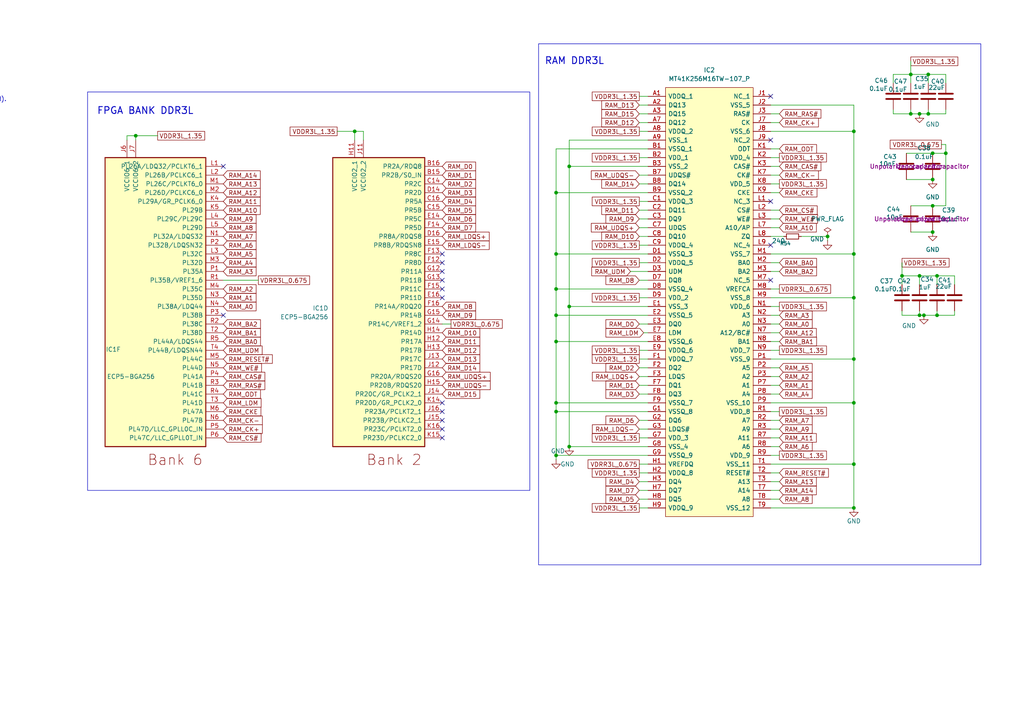
<source format=kicad_sch>
(kicad_sch (version 20250114) (generator "eeschema") (generator_version "9.0")
  (paper "A4")
  (rectangle (start 156.21 12.7) (end 284.48 163.83))
  (rectangle (start 25.4 26.67) (end 153.67 142.24))
  (text "RAM DDR3L" (at 166.624 17.78 0) (effects (font (size 2 2) (thickness 0.254) (bold yes))))
  (text "Vref: \n- The DDR-logic requires an external 0.75 Volts (SSTL-15 standard).\n- External resistive divider required\nVcc: The DDRL-ram requires a 1.35 V supply voltage.\n- LDO / buck converter\nDQS-pins\n- Upper / Lower 8-bit synchronization for data\nData-pins:\n- upper 8 and lower 8 bits must belong to same DQS pins\nAddress / config pins\n- can be any DQ pins in the bank" (at -67.31 37.084 0) (effects (font (size 1.27 1.27)) (justify left)))
  (text "FPGA BANK DDR3L" (at 42.164 32.258 0) (effects (font (size 2 2) (thickness 0.254) (bold yes))))
  (text "VREFCA, VREFDQ: \n- reference voltages separated for data and control/command address\n- Should be held at 0.675 V" (at 310.388 34.036 0) (effects (font (size 1.27 1.27)) (justify left)))
  (text "CLK/CLK# Termination:\n6.5.2: differential termination (100 ohms) recommended\n- NOTE: probably internally implemented inside the DDR3L already" (at 311.404 44.196 0) (effects (font (size 1.27 1.27)) (justify left)))
  (junction (at 271.78 80.01))
  (junction (at 161.29 116.84))
  (junction (at 270.51 44.45))
  (junction (at 271.78 91.44))
  (junction (at 264.16 21.59))
  (junction (at 266.7 33.02))
  (junction (at 165.1 48.26))
  (junction (at 161.29 132.08))
  (junction (at 161.29 73.66))
  (junction (at 274.32 44.45))
  (junction (at 161.29 99.06))
  (junction (at 247.65 147.32))
  (junction (at 264.16 33.02))
  (junction (at 161.29 83.82))
  (junction (at 247.65 73.66))
  (junction (at 269.24 33.02))
  (junction (at 165.1 88.9))
  (junction (at 165.1 129.54))
  (junction (at 240.03 68.58))
  (junction (at 247.65 86.36))
  (junction (at 39.37 39.37))
  (junction (at 270.51 67.31))
  (junction (at 270.51 52.07))
  (junction (at 261.62 80.01))
  (junction (at 161.29 91.44))
  (junction (at 161.29 55.88))
  (junction (at 270.51 59.69))
  (junction (at 161.29 119.38))
  (junction (at 247.65 104.14))
  (junction (at 269.24 21.59))
  (junction (at 266.7 80.01))
  (junction (at 267.97 91.44))
  (junction (at 266.7 91.44))
  (junction (at 247.65 134.62))
  (junction (at 247.65 116.84))
  (junction (at 247.65 38.1))
  (junction (at 102.87 38.1))
  (no_connect (at 128.27 76.2))
  (no_connect (at 128.27 73.66))
  (no_connect (at 128.27 116.84))
  (no_connect (at 128.27 119.38))
  (no_connect (at 128.27 121.92))
  (no_connect (at 223.52 71.12))
  (no_connect (at 128.27 127))
  (no_connect (at 128.27 86.36))
  (no_connect (at 128.27 78.74))
  (no_connect (at 128.27 83.82))
  (no_connect (at 223.52 81.28))
  (no_connect (at 223.52 58.42))
  (no_connect (at 64.77 48.26))
  (no_connect (at 128.27 124.46))
  (no_connect (at 223.52 40.64))
  (no_connect (at 128.27 81.28))
  (no_connect (at 64.77 91.44))
  (no_connect (at 223.52 27.94))
  (wire (pts (xy 185.42 66.04) (xy 187.96 66.04)))
  (wire (pts (xy 264.16 21.59) (xy 259.08 21.59)))
  (wire (pts (xy 185.42 71.12) (xy 187.96 71.12)))
  (wire (pts (xy 262.89 44.45) (xy 270.51 44.45)))
  (wire (pts (xy 185.42 106.68) (xy 187.96 106.68)))
  (wire (pts (xy 226.06 144.78) (xy 223.52 144.78)))
  (wire (pts (xy 259.08 21.59) (xy 259.08 24.13)))
  (wire (pts (xy 74.93 81.28) (xy 64.77 81.28)))
  (wire (pts (xy 226.06 76.2) (xy 223.52 76.2)))
  (wire (pts (xy 185.42 60.96) (xy 187.96 60.96)))
  (wire (pts (xy 264.16 33.02) (xy 266.7 33.02)))
  (wire (pts (xy 261.62 80.01) (xy 266.7 80.01)))
  (wire (pts (xy 165.1 48.26) (xy 165.1 88.9)))
  (wire (pts (xy 185.42 81.28) (xy 187.96 81.28)))
  (wire (pts (xy 223.52 124.46) (xy 226.06 124.46)))
  (wire (pts (xy 261.62 76.2) (xy 261.62 80.01)))
  (wire (pts (xy 266.7 33.02) (xy 269.24 33.02)))
  (wire (pts (xy 223.52 116.84) (xy 247.65 116.84)))
  (wire (pts (xy 39.37 39.37) (xy 39.37 40.64)))
  (wire (pts (xy 161.29 116.84) (xy 187.96 116.84)))
  (wire (pts (xy 261.62 90.17) (xy 261.62 91.44)))
  (wire (pts (xy 270.51 44.45) (xy 274.32 44.45)))
  (wire (pts (xy 185.42 50.8) (xy 187.96 50.8)))
  (wire (pts (xy 223.52 104.14) (xy 247.65 104.14)))
  (wire (pts (xy 223.52 129.54) (xy 226.06 129.54)))
  (wire (pts (xy 36.83 39.37) (xy 36.83 40.64)))
  (wire (pts (xy 39.37 39.37) (xy 45.72 39.37)))
  (wire (pts (xy 161.29 55.88) (xy 187.96 55.88)))
  (wire (pts (xy 276.86 90.17) (xy 276.86 91.44)))
  (wire (pts (xy 223.52 33.02) (xy 226.06 33.02)))
  (wire (pts (xy 226.06 101.6) (xy 223.52 101.6)))
  (wire (pts (xy 223.52 83.82) (xy 226.06 83.82)))
  (wire (pts (xy 247.65 104.14) (xy 247.65 116.84)))
  (wire (pts (xy 274.32 21.59) (xy 274.32 24.13)))
  (wire (pts (xy 161.29 55.88) (xy 161.29 73.66)))
  (wire (pts (xy 161.29 119.38) (xy 187.96 119.38)))
  (wire (pts (xy 161.29 132.08) (xy 187.96 132.08)))
  (wire (pts (xy 185.42 147.32) (xy 187.96 147.32)))
  (wire (pts (xy 185.42 109.22) (xy 187.96 109.22)))
  (wire (pts (xy 223.52 114.3) (xy 226.06 114.3)))
  (wire (pts (xy 269.24 21.59) (xy 269.24 24.13)))
  (wire (pts (xy 186.69 96.52) (xy 187.96 96.52)))
  (wire (pts (xy 226.06 91.44) (xy 223.52 91.44)))
  (wire (pts (xy 264.16 21.59) (xy 269.24 21.59)))
  (wire (pts (xy 128.27 93.98) (xy 130.81 93.98)))
  (wire (pts (xy 161.29 73.66) (xy 187.96 73.66)))
  (wire (pts (xy 247.65 73.66) (xy 247.65 86.36)))
  (wire (pts (xy 185.42 134.62) (xy 187.96 134.62)))
  (wire (pts (xy 276.86 80.01) (xy 276.86 82.55)))
  (wire (pts (xy 102.87 38.1) (xy 102.87 40.64)))
  (wire (pts (xy 223.52 127) (xy 226.06 127)))
  (wire (pts (xy 223.52 73.66) (xy 247.65 73.66)))
  (wire (pts (xy 185.42 114.3) (xy 187.96 114.3)))
  (wire (pts (xy 185.42 33.02) (xy 187.96 33.02)))
  (wire (pts (xy 261.62 91.44) (xy 266.7 91.44)))
  (wire (pts (xy 182.88 78.74) (xy 187.96 78.74)))
  (wire (pts (xy 185.42 38.1) (xy 187.96 38.1)))
  (wire (pts (xy 223.52 93.98) (xy 226.06 93.98)))
  (wire (pts (xy 271.78 80.01) (xy 271.78 82.55)))
  (wire (pts (xy 226.06 142.24) (xy 223.52 142.24)))
  (wire (pts (xy 185.42 86.36) (xy 187.96 86.36)))
  (wire (pts (xy 262.89 52.07) (xy 270.51 52.07)))
  (wire (pts (xy 161.29 73.66) (xy 161.29 83.82)))
  (wire (pts (xy 266.7 80.01) (xy 271.78 80.01)))
  (wire (pts (xy 271.78 91.44) (xy 276.86 91.44)))
  (wire (pts (xy 185.42 121.92) (xy 187.96 121.92)))
  (wire (pts (xy 105.41 40.64) (xy 105.41 38.1)))
  (wire (pts (xy 185.42 104.14) (xy 187.96 104.14)))
  (wire (pts (xy 247.65 38.1) (xy 247.65 73.66)))
  (wire (pts (xy 247.65 30.48) (xy 247.65 38.1)))
  (wire (pts (xy 161.29 91.44) (xy 161.29 99.06)))
  (wire (pts (xy 185.42 45.72) (xy 187.96 45.72)))
  (wire (pts (xy 185.42 137.16) (xy 187.96 137.16)))
  (wire (pts (xy 185.42 35.56) (xy 187.96 35.56)))
  (wire (pts (xy 269.24 33.02) (xy 274.32 33.02)))
  (wire (pts (xy 266.7 82.55) (xy 266.7 80.01)))
  (wire (pts (xy 223.52 68.58) (xy 227.33 68.58)))
  (wire (pts (xy 269.24 21.59) (xy 274.32 21.59)))
  (wire (pts (xy 185.42 63.5) (xy 187.96 63.5)))
  (wire (pts (xy 185.42 58.42) (xy 187.96 58.42)))
  (wire (pts (xy 223.52 78.74) (xy 226.06 78.74)))
  (wire (pts (xy 161.29 83.82) (xy 161.29 91.44)))
  (wire (pts (xy 165.1 88.9) (xy 187.96 88.9)))
  (wire (pts (xy 274.32 41.91) (xy 274.32 44.45)))
  (wire (pts (xy 161.29 116.84) (xy 161.29 119.38)))
  (wire (pts (xy 259.08 33.02) (xy 264.16 33.02)))
  (wire (pts (xy 247.65 116.84) (xy 247.65 134.62)))
  (wire (pts (xy 187.96 43.18) (xy 161.29 43.18)))
  (wire (pts (xy 226.06 50.8) (xy 223.52 50.8)))
  (wire (pts (xy 269.24 31.75) (xy 269.24 33.02)))
  (wire (pts (xy 226.06 119.38) (xy 223.52 119.38)))
  (wire (pts (xy 226.06 53.34) (xy 223.52 53.34)))
  (wire (pts (xy 161.29 43.18) (xy 161.29 55.88)))
  (wire (pts (xy 223.52 48.26) (xy 226.06 48.26)))
  (wire (pts (xy 267.97 91.44) (xy 271.78 91.44)))
  (wire (pts (xy 226.06 35.56) (xy 223.52 35.56)))
  (wire (pts (xy 264.16 17.78) (xy 264.16 21.59)))
  (wire (pts (xy 226.06 88.9) (xy 223.52 88.9)))
  (wire (pts (xy 97.79 38.1) (xy 102.87 38.1)))
  (wire (pts (xy 226.06 132.08) (xy 223.52 132.08)))
  (wire (pts (xy 185.42 124.46) (xy 187.96 124.46)))
  (wire (pts (xy 223.52 137.16) (xy 226.06 137.16)))
  (wire (pts (xy 240.03 68.58) (xy 240.03 69.85)))
  (wire (pts (xy 223.52 99.06) (xy 226.06 99.06)))
  (wire (pts (xy 185.42 144.78) (xy 187.96 144.78)))
  (wire (pts (xy 161.29 91.44) (xy 187.96 91.44)))
  (wire (pts (xy 270.51 59.69) (xy 274.32 59.69)))
  (wire (pts (xy 223.52 38.1) (xy 247.65 38.1)))
  (wire (pts (xy 102.87 38.1) (xy 105.41 38.1)))
  (wire (pts (xy 161.29 119.38) (xy 161.29 132.08)))
  (wire (pts (xy 223.52 147.32) (xy 247.65 147.32)))
  (wire (pts (xy 161.29 83.82) (xy 187.96 83.82)))
  (wire (pts (xy 259.08 31.75) (xy 259.08 33.02)))
  (wire (pts (xy 165.1 88.9) (xy 165.1 129.54)))
  (wire (pts (xy 226.06 121.92) (xy 223.52 121.92)))
  (wire (pts (xy 185.42 111.76) (xy 187.96 111.76)))
  (wire (pts (xy 161.29 99.06) (xy 161.29 116.84)))
  (wire (pts (xy 165.1 40.64) (xy 187.96 40.64)))
  (wire (pts (xy 185.42 27.94) (xy 187.96 27.94)))
  (wire (pts (xy 223.52 63.5) (xy 226.06 63.5)))
  (wire (pts (xy 165.1 129.54) (xy 187.96 129.54)))
  (wire (pts (xy 165.1 40.64) (xy 165.1 48.26)))
  (wire (pts (xy 223.52 60.96) (xy 226.06 60.96)))
  (wire (pts (xy 264.16 59.69) (xy 270.51 59.69)))
  (wire (pts (xy 226.06 96.52) (xy 223.52 96.52)))
  (wire (pts (xy 247.65 134.62) (xy 247.65 147.32)))
  (wire (pts (xy 185.42 76.2) (xy 187.96 76.2)))
  (wire (pts (xy 266.7 91.44) (xy 267.97 91.44)))
  (wire (pts (xy 161.29 99.06) (xy 187.96 99.06)))
  (wire (pts (xy 185.42 142.24) (xy 187.96 142.24)))
  (wire (pts (xy 223.52 43.18) (xy 226.06 43.18)))
  (wire (pts (xy 232.41 68.58) (xy 240.03 68.58)))
  (wire (pts (xy 223.52 55.88) (xy 226.06 55.88)))
  (wire (pts (xy 185.42 139.7) (xy 187.96 139.7)))
  (wire (pts (xy 161.29 133.35) (xy 161.29 132.08)))
  (wire (pts (xy 264.16 24.13) (xy 264.16 21.59)))
  (wire (pts (xy 185.42 68.58) (xy 187.96 68.58)))
  (wire (pts (xy 226.06 45.72) (xy 223.52 45.72)))
  (wire (pts (xy 264.16 67.31) (xy 270.51 67.31)))
  (wire (pts (xy 266.7 90.17) (xy 266.7 91.44)))
  (wire (pts (xy 226.06 139.7) (xy 223.52 139.7)))
  (wire (pts (xy 271.78 80.01) (xy 276.86 80.01)))
  (wire (pts (xy 223.52 30.48) (xy 247.65 30.48)))
  (wire (pts (xy 261.62 80.01) (xy 261.62 82.55)))
  (wire (pts (xy 274.32 41.91) (xy 273.05 41.91)))
  (wire (pts (xy 185.42 30.48) (xy 187.96 30.48)))
  (wire (pts (xy 36.83 39.37) (xy 39.37 39.37)))
  (wire (pts (xy 165.1 48.26) (xy 187.96 48.26)))
  (wire (pts (xy 271.78 90.17) (xy 271.78 91.44)))
  (wire (pts (xy 223.52 106.68) (xy 226.06 106.68)))
  (wire (pts (xy 274.32 44.45) (xy 274.32 59.69)))
  (wire (pts (xy 223.52 109.22) (xy 226.06 109.22)))
  (wire (pts (xy 223.52 111.76) (xy 226.06 111.76)))
  (wire (pts (xy 185.42 53.34) (xy 187.96 53.34)))
  (wire (pts (xy 185.42 127) (xy 187.96 127)))
  (wire (pts (xy 264.16 31.75) (xy 264.16 33.02)))
  (wire (pts (xy 185.42 93.98) (xy 187.96 93.98)))
  (wire (pts (xy 274.32 31.75) (xy 274.32 33.02)))
  (wire (pts (xy 185.42 101.6) (xy 187.96 101.6)))
  (wire (pts (xy 223.52 86.36) (xy 247.65 86.36)))
  (wire (pts (xy 247.65 86.36) (xy 247.65 104.14)))
  (wire (pts (xy 226.06 66.04) (xy 223.52 66.04)))
  (wire (pts (xy 223.52 134.62) (xy 247.65 134.62)))
  (global_label "RAM_D10" (shape input) (at 185.42 68.58 180) (property "Intersheetrefs" "${INTERSHEET_REFS}" (effects (hide yes))))
  (global_label "RAM_LDQS+" (shape input) (at 128.27 68.58 0) (property "Intersheetrefs" "${INTERSHEET_REFS}" (effects (hide yes))))
  (global_label "RAM_D4" (shape input) (at 185.42 139.7 180) (property "Intersheetrefs" "${INTERSHEET_REFS}" (effects (hide yes))))
  (global_label "RAM_CK-" (shape input) (at 64.77 121.92 0) (property "Intersheetrefs" "${INTERSHEET_REFS}" (effects (hide yes))))
  (global_label "RAM_A2" (shape input) (at 64.77 83.82 0) (property "Intersheetrefs" "${INTERSHEET_REFS}" (effects (hide yes))))
  (global_label "VDRR3L_0.675" (shape passive) (at 226.06 83.82 0) (property "Intersheetrefs" "${INTERSHEET_REFS}" (effects (hide yes))))
  (global_label "VDDR3L_1.35" (shape passive) (at 97.79 38.1 180) (property "Intersheetrefs" "${INTERSHEET_REFS}" (effects (hide yes))))
  (global_label "RAM_CAS#" (shape input) (at 64.77 109.22 0) (property "Intersheetrefs" "${INTERSHEET_REFS}" (effects (hide yes))))
  (global_label "RAM_D1" (shape input) (at 128.27 50.8 0) (property "Intersheetrefs" "${INTERSHEET_REFS}" (effects (hide yes))))
  (global_label "RAM_D2" (shape input) (at 128.27 53.34 0) (property "Intersheetrefs" "${INTERSHEET_REFS}" (effects (hide yes))))
  (global_label "RAM_CAS#" (shape input) (at 226.06 48.26 0) (property "Intersheetrefs" "${INTERSHEET_REFS}" (effects (hide yes))))
  (global_label "RAM_A14" (shape input) (at 226.06 142.24 0) (property "Intersheetrefs" "${INTERSHEET_REFS}" (effects (hide yes))))
  (global_label "RAM_D15" (shape input) (at 128.27 114.3 0) (property "Intersheetrefs" "${INTERSHEET_REFS}" (effects (hide yes))))
  (global_label "RAM_A0" (shape input) (at 226.06 93.98 0) (property "Intersheetrefs" "${INTERSHEET_REFS}" (effects (hide yes))))
  (global_label "RAM_CK+" (shape input) (at 64.77 124.46 0) (property "Intersheetrefs" "${INTERSHEET_REFS}" (effects (hide yes))))
  (global_label "RAM_D14" (shape input) (at 185.42 53.34 180) (property "Intersheetrefs" "${INTERSHEET_REFS}" (effects (hide yes))))
  (global_label "RAM_D2" (shape input) (at 185.42 106.68 180) (property "Intersheetrefs" "${INTERSHEET_REFS}" (effects (hide yes))))
  (global_label "RAM_RESET#" (shape input) (at 64.77 104.14 0) (property "Intersheetrefs" "${INTERSHEET_REFS}" (effects (hide yes))))
  (global_label "RAM_UDQS-" (shape input) (at 185.42 50.8 180) (property "Intersheetrefs" "${INTERSHEET_REFS}" (effects (hide yes))))
  (global_label "RAM_D6" (shape input) (at 185.42 121.92 180) (property "Intersheetrefs" "${INTERSHEET_REFS}" (effects (hide yes))))
  (global_label "RAM_A2" (shape input) (at 226.06 109.22 0) (property "Intersheetrefs" "${INTERSHEET_REFS}" (effects (hide yes))))
  (global_label "RAM_D8" (shape input) (at 185.42 81.28 180) (property "Intersheetrefs" "${INTERSHEET_REFS}" (effects (hide yes))))
  (global_label "RAM_A14" (shape input) (at 64.77 50.8 0) (property "Intersheetrefs" "${INTERSHEET_REFS}" (effects (hide yes))))
  (global_label "RAM_CK-" (shape input) (at 226.06 50.8 0) (property "Intersheetrefs" "${INTERSHEET_REFS}" (effects (hide yes))))
  (global_label "RAM_D14" (shape input) (at 128.27 106.68 0) (property "Intersheetrefs" "${INTERSHEET_REFS}" (effects (hide yes))))
  (global_label "RAM_CKE" (shape input) (at 226.06 55.88 0) (property "Intersheetrefs" "${INTERSHEET_REFS}" (effects (hide yes))))
  (global_label "VDDR3L_1.35" (shape passive) (at 185.42 104.14 180) (property "Intersheetrefs" "${INTERSHEET_REFS}" (effects (hide yes))))
  (global_label "RAM_D15" (shape input) (at 185.42 33.02 180) (property "Intersheetrefs" "${INTERSHEET_REFS}" (effects (hide yes))))
  (global_label "RAM_RAS#" (shape input) (at 64.77 111.76 0) (property "Intersheetrefs" "${INTERSHEET_REFS}" (effects (hide yes))))
  (global_label "VDDR3L_1.35" (shape passive) (at 185.42 86.36 180) (property "Intersheetrefs" "${INTERSHEET_REFS}" (effects (hide yes))))
  (global_label "RAM_UDM" (shape input) (at 182.88 78.74 180) (property "Intersheetrefs" "${INTERSHEET_REFS}" (effects (hide yes))))
  (global_label "RAM_A7" (shape input) (at 64.77 68.58 0) (property "Intersheetrefs" "${INTERSHEET_REFS}" (effects (hide yes))))
  (global_label "RAM_UDQS+" (shape input) (at 185.42 66.04 180) (property "Intersheetrefs" "${INTERSHEET_REFS}" (effects (hide yes))))
  (global_label "VDDR3L_1.35" (shape passive) (at 45.72 39.37 0) (property "Intersheetrefs" "${INTERSHEET_REFS}" (effects (hide yes))))
  (global_label "RAM_A1" (shape input) (at 64.77 86.36 0) (property "Intersheetrefs" "${INTERSHEET_REFS}" (effects (hide yes))))
  (global_label "RAM_A3" (shape input) (at 64.77 78.74 0) (property "Intersheetrefs" "${INTERSHEET_REFS}" (effects (hide yes))))
  (global_label "RAM_LDM" (shape input) (at 64.77 116.84 0) (property "Intersheetrefs" "${INTERSHEET_REFS}" (effects (hide yes))))
  (global_label "RAM_A6" (shape input) (at 64.77 71.12 0) (property "Intersheetrefs" "${INTERSHEET_REFS}" (effects (hide yes))))
  (global_label "RAM_D6" (shape input) (at 128.27 63.5 0) (property "Intersheetrefs" "${INTERSHEET_REFS}" (effects (hide yes))))
  (global_label "RAM_LDQS-" (shape input) (at 185.42 124.46 180) (property "Intersheetrefs" "${INTERSHEET_REFS}" (effects (hide yes))))
  (global_label "RAM_LDQS+" (shape input) (at 185.42 109.22 180) (property "Intersheetrefs" "${INTERSHEET_REFS}" (effects (hide yes))))
  (global_label "VDRR3L_0.675" (shape passive) (at 130.81 93.98 0) (property "Intersheetrefs" "${INTERSHEET_REFS}" (effects (hide yes))))
  (global_label "RAM_A10" (shape input) (at 226.06 66.04 0) (property "Intersheetrefs" "${INTERSHEET_REFS}" (effects (hide yes))))
  (global_label "RAM_LDQS-" (shape input) (at 128.27 71.12 0) (property "Intersheetrefs" "${INTERSHEET_REFS}" (effects (hide yes))))
  (global_label "VDRR3L_0.675" (shape passive) (at 74.93 81.28 0) (property "Intersheetrefs" "${INTERSHEET_REFS}" (effects (hide yes))))
  (global_label "RAM_ODT" (shape input) (at 226.06 43.18 0) (property "Intersheetrefs" "${INTERSHEET_REFS}" (effects (hide yes))))
  (global_label "RAM_D10" (shape input) (at 128.27 96.52 0) (property "Intersheetrefs" "${INTERSHEET_REFS}" (effects (hide yes))))
  (global_label "VDDR3L_1.35" (shape passive) (at 264.16 17.78 0) (property "Intersheetrefs" "${INTERSHEET_REFS}" (effects (hide yes))))
  (global_label "RAM_D11" (shape input) (at 128.27 99.06 0) (property "Intersheetrefs" "${INTERSHEET_REFS}" (effects (hide yes))))
  (global_label "RAM_A8" (shape input) (at 226.06 144.78 0) (property "Intersheetrefs" "${INTERSHEET_REFS}" (effects (hide yes))))
  (global_label "VDDR3L_1.35" (shape passive) (at 226.06 88.9 0) (property "Intersheetrefs" "${INTERSHEET_REFS}" (effects (hide yes))))
  (global_label "VDDR3L_1.35" (shape passive) (at 185.42 27.94 180) (property "Intersheetrefs" "${INTERSHEET_REFS}" (effects (hide yes))))
  (global_label "VDDR3L_1.35" (shape passive) (at 226.06 119.38 0) (property "Intersheetrefs" "${INTERSHEET_REFS}" (effects (hide yes))))
  (global_label "RAM_D8" (shape input) (at 128.27 88.9 0) (property "Intersheetrefs" "${INTERSHEET_REFS}" (effects (hide yes))))
  (global_label "RAM_D9" (shape input) (at 128.27 91.44 0) (property "Intersheetrefs" "${INTERSHEET_REFS}" (effects (hide yes))))
  (global_label "VDDR3L_1.35" (shape passive) (at 226.06 53.34 0) (property "Intersheetrefs" "${INTERSHEET_REFS}" (effects (hide yes))))
  (global_label "RAM_A3" (shape input) (at 226.06 91.44 0) (property "Intersheetrefs" "${INTERSHEET_REFS}" (effects (hide yes))))
  (global_label "RAM_BA2" (shape input) (at 226.06 78.74 0) (property "Intersheetrefs" "${INTERSHEET_REFS}" (effects (hide yes))))
  (global_label "RAM_D4" (shape input) (at 128.27 58.42 0) (property "Intersheetrefs" "${INTERSHEET_REFS}" (effects (hide yes))))
  (global_label "RAM_A12" (shape input) (at 64.77 55.88 0) (property "Intersheetrefs" "${INTERSHEET_REFS}" (effects (hide yes))))
  (global_label "RAM_A8" (shape input) (at 64.77 66.04 0) (property "Intersheetrefs" "${INTERSHEET_REFS}" (effects (hide yes))))
  (global_label "RAM_RESET#" (shape input) (at 226.06 137.16 0) (property "Intersheetrefs" "${INTERSHEET_REFS}" (effects (hide yes))))
  (global_label "RAM_D12" (shape input) (at 185.42 35.56 180) (property "Intersheetrefs" "${INTERSHEET_REFS}" (effects (hide yes))))
  (global_label "RAM_D7" (shape input) (at 128.27 66.04 0) (property "Intersheetrefs" "${INTERSHEET_REFS}" (effects (hide yes))))
  (global_label "RAM_A11" (shape input) (at 226.06 127 0) (property "Intersheetrefs" "${INTERSHEET_REFS}" (effects (hide yes))))
  (global_label "RAM_UDM" (shape input) (at 64.77 101.6 0) (property "Intersheetrefs" "${INTERSHEET_REFS}" (effects (hide yes))))
  (global_label "RAM_BA0" (shape input) (at 64.77 99.06 0) (property "Intersheetrefs" "${INTERSHEET_REFS}" (effects (hide yes))))
  (global_label "RAM_A10" (shape input) (at 64.77 60.96 0) (property "Intersheetrefs" "${INTERSHEET_REFS}" (effects (hide yes))))
  (global_label "RAM_D1" (shape input) (at 185.42 111.76 180) (property "Intersheetrefs" "${INTERSHEET_REFS}" (effects (hide yes))))
  (global_label "RAM_CS#" (shape input) (at 64.77 127 0) (property "Intersheetrefs" "${INTERSHEET_REFS}" (effects (hide yes))))
  (global_label "RAM_WE#" (shape input) (at 226.06 63.5 0) (property "Intersheetrefs" "${INTERSHEET_REFS}" (effects (hide yes))))
  (global_label "RAM_UDQS-" (shape input) (at 128.27 111.76 0) (property "Intersheetrefs" "${INTERSHEET_REFS}" (effects (hide yes))))
  (global_label "VDRR3L_0.675" (shape passive) (at 185.42 134.62 180) (property "Intersheetrefs" "${INTERSHEET_REFS}" (effects (hide yes))))
  (global_label "RAM_A13" (shape input) (at 226.06 139.7 0) (property "Intersheetrefs" "${INTERSHEET_REFS}" (effects (hide yes))))
  (global_label "RAM_D9" (shape input) (at 185.42 63.5 180) (property "Intersheetrefs" "${INTERSHEET_REFS}" (effects (hide yes))))
  (global_label "RAM_A11" (shape input) (at 64.77 58.42 0) (property "Intersheetrefs" "${INTERSHEET_REFS}" (effects (hide yes))))
  (global_label "VDDR3L_1.35" (shape passive) (at 185.42 45.72 180) (property "Intersheetrefs" "${INTERSHEET_REFS}" (effects (hide yes))))
  (global_label "RAM_D5" (shape input) (at 185.42 144.78 180) (property "Intersheetrefs" "${INTERSHEET_REFS}" (effects (hide yes))))
  (global_label "RAM_D11" (shape input) (at 185.42 60.96 180) (property "Intersheetrefs" "${INTERSHEET_REFS}" (effects (hide yes))))
  (global_label "RAM_RAS#" (shape input) (at 226.06 33.02 0) (property "Intersheetrefs" "${INTERSHEET_REFS}" (effects (hide yes))))
  (global_label "RAM_WE#" (shape input) (at 64.77 106.68 0) (property "Intersheetrefs" "${INTERSHEET_REFS}" (effects (hide yes))))
  (global_label "RAM_BA1" (shape input) (at 226.06 99.06 0) (property "Intersheetrefs" "${INTERSHEET_REFS}" (effects (hide yes))))
  (global_label "RAM_UDQS+" (shape input) (at 128.27 109.22 0) (property "Intersheetrefs" "${INTERSHEET_REFS}" (effects (hide yes))))
  (global_label "RAM_A6" (shape input) (at 226.06 129.54 0) (property "Intersheetrefs" "${INTERSHEET_REFS}" (effects (hide yes))))
  (global_label "RAM_D5" (shape input) (at 128.27 60.96 0) (property "Intersheetrefs" "${INTERSHEET_REFS}" (effects (hide yes))))
  (global_label "VDDR3L_1.35" (shape passive) (at 185.42 147.32 180) (property "Intersheetrefs" "${INTERSHEET_REFS}" (effects (hide yes))))
  (global_label "VDDR3L_1.35" (shape passive) (at 261.62 76.2 0) (property "Intersheetrefs" "${INTERSHEET_REFS}" (effects (hide yes))))
  (global_label "RAM_CK+" (shape input) (at 226.06 35.56 0) (property "Intersheetrefs" "${INTERSHEET_REFS}" (effects (hide yes))))
  (global_label "RAM_D3" (shape input) (at 185.42 114.3 180) (property "Intersheetrefs" "${INTERSHEET_REFS}" (effects (hide yes))))
  (global_label "RAM_BA2" (shape input) (at 64.77 93.98 0) (property "Intersheetrefs" "${INTERSHEET_REFS}" (effects (hide yes))))
  (global_label "RAM_A9" (shape input) (at 226.06 124.46 0) (property "Intersheetrefs" "${INTERSHEET_REFS}" (effects (hide yes))))
  (global_label "RAM_D13" (shape input) (at 128.27 104.14 0) (property "Intersheetrefs" "${INTERSHEET_REFS}" (effects (hide yes))))
  (global_label "RAM_CS#" (shape input) (at 226.06 60.96 0) (property "Intersheetrefs" "${INTERSHEET_REFS}" (effects (hide yes))))
  (global_label "RAM_BA0" (shape input) (at 226.06 76.2 0) (property "Intersheetrefs" "${INTERSHEET_REFS}" (effects (hide yes))))
  (global_label "RAM_D0" (shape input) (at 185.42 93.98 180) (property "Intersheetrefs" "${INTERSHEET_REFS}" (effects (hide yes))))
  (global_label "VDDR3L_1.35" (shape passive) (at 226.06 101.6 0) (property "Intersheetrefs" "${INTERSHEET_REFS}" (effects (hide yes))))
  (global_label "VDDR3L_1.35" (shape passive) (at 185.42 71.12 180) (property "Intersheetrefs" "${INTERSHEET_REFS}" (effects (hide yes))))
  (global_label "VDDR3L_1.35" (shape passive) (at 185.42 101.6 180) (property "Intersheetrefs" "${INTERSHEET_REFS}" (effects (hide yes))))
  (global_label "RAM_D12" (shape input) (at 128.27 101.6 0) (property "Intersheetrefs" "${INTERSHEET_REFS}" (effects (hide yes))))
  (global_label "VDDR3L_1.35" (shape passive) (at 226.06 132.08 0) (property "Intersheetrefs" "${INTERSHEET_REFS}" (effects (hide yes))))
  (global_label "RAM_LDM" (shape input) (at 186.69 96.52 180) (property "Intersheetrefs" "${INTERSHEET_REFS}" (effects (hide yes))))
  (global_label "RAM_A12" (shape input) (at 226.06 96.52 0) (property "Intersheetrefs" "${INTERSHEET_REFS}" (effects (hide yes))))
  (global_label "VDDR3L_1.35" (shape passive) (at 185.42 38.1 180) (property "Intersheetrefs" "${INTERSHEET_REFS}" (effects (hide yes))))
  (global_label "VDDR3L_1.35" (shape passive) (at 185.42 127 180) (property "Intersheetrefs" "${INTERSHEET_REFS}" (effects (hide yes))))
  (global_label "VDDR3L_1.35" (shape passive) (at 185.42 58.42 180) (property "Intersheetrefs" "${INTERSHEET_REFS}" (effects (hide yes))))
  (global_label "RAM_A4" (shape input) (at 64.77 76.2 0) (property "Intersheetrefs" "${INTERSHEET_REFS}" (effects (hide yes))))
  (global_label "RAM_CKE" (shape input) (at 64.77 119.38 0) (property "Intersheetrefs" "${INTERSHEET_REFS}" (effects (hide yes))))
  (global_label "RAM_D13" (shape input) (at 185.42 30.48 180) (property "Intersheetrefs" "${INTERSHEET_REFS}" (effects (hide yes))))
  (global_label "RAM_A7" (shape input) (at 226.06 121.92 0) (property "Intersheetrefs" "${INTERSHEET_REFS}" (effects (hide yes))))
  (global_label "VDRR3L_0.675" (shape passive) (at 273.05 41.91 180) (property "Intersheetrefs" "${INTERSHEET_REFS}" (effects (hide yes))))
  (global_label "RAM_A4" (shape input) (at 226.06 114.3 0) (property "Intersheetrefs" "${INTERSHEET_REFS}" (effects (hide yes))))
  (global_label "RAM_A5" (shape input) (at 226.06 106.68 0) (property "Intersheetrefs" "${INTERSHEET_REFS}" (effects (hide yes))))
  (global_label "RAM_D7" (shape input) (at 185.42 142.24 180) (property "Intersheetrefs" "${INTERSHEET_REFS}" (effects (hide yes))))
  (global_label "RAM_A9" (shape input) (at 64.77 63.5 0) (property "Intersheetrefs" "${INTERSHEET_REFS}" (effects (hide yes))))
  (global_label "RAM_D0" (shape input) (at 128.27 48.26 0) (property "Intersheetrefs" "${INTERSHEET_REFS}" (effects (hide yes))))
  (global_label "VDDR3L_1.35" (shape passive) (at 185.42 137.16 180) (property "Intersheetrefs" "${INTERSHEET_REFS}" (effects (hide yes))))
  (global_label "RAM_D3" (shape input) (at 128.27 55.88 0) (property "Intersheetrefs" "${INTERSHEET_REFS}" (effects (hide yes))))
  (global_label "VDDR3L_1.35" (shape passive) (at 185.42 76.2 180) (property "Intersheetrefs" "${INTERSHEET_REFS}" (effects (hide yes))))
  (global_label "VDDR3L_1.35" (shape passive) (at 226.06 45.72 0) (property "Intersheetrefs" "${INTERSHEET_REFS}" (effects (hide yes))))
  (global_label "RAM_A13" (shape input) (at 64.77 53.34 0) (property "Intersheetrefs" "${INTERSHEET_REFS}" (effects (hide yes))))
  (global_label "RAM_ODT" (shape input) (at 64.77 114.3 0) (property "Intersheetrefs" "${INTERSHEET_REFS}" (effects (hide yes))))
  (global_label "RAM_A1" (shape input) (at 226.06 111.76 0) (property "Intersheetrefs" "${INTERSHEET_REFS}" (effects (hide yes))))
  (global_label "RAM_BA1" (shape input) (at 64.77 96.52 0) (property "Intersheetrefs" "${INTERSHEET_REFS}" (effects (hide yes))))
  (global_label "RAM_A0" (shape input) (at 64.77 88.9 0) (property "Intersheetrefs" "${INTERSHEET_REFS}" (effects (hide yes))))
  (global_label "RAM_A5" (shape input) (at 64.77 73.66 0) (property "Intersheetrefs" "${INTERSHEET_REFS}" (effects (hide yes))))
  (symbol (lib_id "Device:C") (at 262.89 48.26 0) (mirror y) (unit 1)
    (property "Reference" "C43" (at 260.096 45.466 0) (effects (justify left)))
    (property "Value" "10nF" (at 259.842 47.498 0) (effects (justify left)))
    (property "Footprint" "Capacitor_SMD:C_0402_1005Metric" (effects (hide yes)))
    (property "Description" "Unpolarized capacitor" (at 262.89 48.26 0))
    (property "LPN" "CL05B103KB5NNNC" (effects (hide yes)))
    (property "MPN" "C15195" (effects (hide yes)))
  )
  (symbol (lib_id "power:PWR_FLAG") (at 240.03 68.58 0) (unit 1)
    (property "Reference" "#FLG015" (effects (hide yes)))
    (property "Value" "PWR_FLAG" (at 240.03 63.5 0))
    (property "Description" "Special symbol for telling ERC where power comes from" (effects (hide yes)))
  )
  (symbol (lib_id "Device:C") (at 269.24 27.94 0) (unit 1)
    (property "Reference" "C35" (at 265.43 22.86 0) (effects (justify left)))
    (property "Value" "1uF" (at 264.922 25.146 0) (effects (justify left)))
    (property "Footprint" "Capacitor_SMD:C_0805_2012Metric" (effects (hide yes)))
    (property "Description" "Unpolarized capacitor" (effects (hide yes)))
    (property "LPN" "C28323" (effects (hide yes)))
    (property "MPN" "CL21B105KBFNNNE" (effects (hide yes)))
  )
  (symbol (lib_id "power:GND") (at 247.65 147.32 0) (unit 1)
    (property "Reference" "#PWR0101" (effects (hide yes)))
    (property "Value" "GND" (at 247.65 151.13 0))
    (property "Description" "Power symbol creates a global label with name \"GND\" , ground" (effects (hide yes)))
  )
  (symbol (lib_id "power:GND") (at 270.51 67.31 0) (unit 1)
    (property "Reference" "#PWR04" (effects (hide yes)))
    (property "Value" "GND" (at 270.51 72.39 0))
    (property "Description" "Power symbol creates a global label with name \"GND\" , ground" (effects (hide yes)))
  )
  (symbol (lib_id "Device:C") (at 261.62 86.36 0) (mirror y) (unit 1)
    (property "Reference" "C37" (at 259.08 81.5086 0) (effects (justify left)))
    (property "Value" "0.1uF" (at 259.08 83.82 0) (effects (justify left)))
    (property "Footprint" "Capacitor_SMD:C_0402_1005Metric" (effects (hide yes)))
    (property "Description" "Unpolarized capacitor" (effects (hide yes)))
    (property "LPN" "C307331" (effects (hide yes)))
    (property "MPN" "CL05B104KB54PNC" (effects (hide yes)))
  )
  (symbol (lib_id "power:GND") (at 266.7 33.02 0) (unit 1)
    (property "Reference" "#PWR083" (effects (hide yes)))
    (property "Value" "GND" (at 270.51 36.068 0))
    (property "Description" "Power symbol creates a global label with name \"GND\" , ground" (effects (hide yes)))
  )
  (symbol (lib_id "Device:C") (at 264.16 27.94 0) (mirror y) (unit 1)
    (property "Reference" "C47" (at 263.144 23.622 0) (effects (justify left)))
    (property "Value" "0.1uF" (at 263.144 25.9334 0) (effects (justify left)))
    (property "Footprint" "Capacitor_SMD:C_0402_1005Metric" (effects (hide yes)))
    (property "Description" "Unpolarized capacitor" (effects (hide yes)))
    (property "LPN" "C307331" (effects (hide yes)))
    (property "MPN" "CL05B104KB54PNC" (effects (hide yes)))
  )
  (symbol (lib_id "power:GND") (at 267.97 91.44 0) (unit 1)
    (property "Reference" "#PWR079" (effects (hide yes)))
    (property "Value" "GND" (at 263.652 94.488 0))
    (property "Description" "Power symbol creates a global label with name \"GND\" , ground" (effects (hide yes)))
  )
  (symbol (lib_id "ecp5bga256:ECP5-BGA256") (at 114.3 87.63 0) (unit 4)
    (property "Reference" "IC1" (at 95.25 89.3942 0) (effects (justify right)))
    (property "Value" "ECP5-BGA256" (at 95.25 91.9342 0) (effects (justify right)))
    (property "Footprint" "fpga:BGA256C80P16X16_1400X1400X170" (effects (hide yes)))
    (property "Datasheet" "https://jlcpcb.com/api/file/downloadByFileSystemAccessId/8588918730680111104" (effects (hide yes)))
    (property "Description" "FPGA - Field Programmable Gate Array ECP5; 25k LUTs; 1.1V" (effects (hide yes)))
    (property "Manufacturer" "Lattice" (effects (hide yes)))
    (property "Part Number" "LFE5U-25F-6BG256C " (effects (hide yes)))
    (property "LPN" "C1521614" (effects (hide yes)))
    (property "MPN" "LFE5U-25F-6BG256C " (effects (hide yes)))
  )
  (symbol (lib_id "Device:C") (at 274.32 27.94 0) (unit 1)
    (property "Reference" "C40" (at 270.002 23.622 0) (effects (justify left)))
    (property "Value" "22uF" (at 269.24 25.4 0) (effects (justify left)))
    (property "Footprint" "Capacitor_SMD:C_0603_1608Metric" (effects (hide yes)))
    (property "Description" "Unpolarized capacitor" (effects (hide yes)))
    (property "LPN" "C59461" (effects (hide yes)))
    (property "MPN" "CL10A226MQ8NRNC" (effects (hide yes)))
  )
  (symbol (lib_id "power:GND") (at 240.03 69.85 0) (unit 1)
    (property "Reference" "#PWR01" (effects (hide yes)))
    (property "Value" "GND" (at 236.982 69.342 0))
    (property "Description" "Power symbol creates a global label with name \"GND\" , ground" (effects (hide yes)))
  )
  (symbol (lib_id "Device:C") (at 270.51 63.5 0) (mirror y) (unit 1)
    (property "Reference" "C39" (at 277.114 60.96 0) (effects (justify left)))
    (property "Value" "0.1uF" (at 278.384 63.5 0) (effects (justify left)))
    (property "Footprint" "Capacitor_SMD:C_0402_1005Metric" (effects (hide yes)))
    (property "Description" "Unpolarized capacitor" (at 270.51 63.5 0))
    (property "LPN" "C307331" (effects (hide yes)))
    (property "MPN" "CL05B104KB54PNC" (effects (hide yes)))
  )
  (symbol (lib_id "Device:C") (at 271.78 86.36 0) (unit 1)
    (property "Reference" "C34" (at 266.954 81.026 0) (effects (justify left)))
    (property "Value" "1uF" (at 266.446 83.312 0) (effects (justify left)))
    (property "Footprint" "Capacitor_SMD:C_0805_2012Metric" (effects (hide yes)))
    (property "Description" "Unpolarized capacitor" (effects (hide yes)))
    (property "LPN" "C28323" (effects (hide yes)))
    (property "MPN" "CL21B105KBFNNNE" (effects (hide yes)))
  )
  (symbol (lib_id "power:GND") (at 270.51 52.07 0) (unit 1)
    (property "Reference" "#PWR03" (effects (hide yes)))
    (property "Value" "GND" (at 270.51 57.15 0))
    (property "Description" "Power symbol creates a global label with name \"GND\" , ground" (effects (hide yes)))
  )
  (symbol (lib_id "power:GND") (at 161.29 133.35 0) (unit 1)
    (property "Reference" "#PWR0109" (effects (hide yes)))
    (property "Value" "GND" (at 164.592 134.62 0))
    (property "Description" "Power symbol creates a global label with name \"GND\" , ground" (effects (hide yes)))
  )
  (symbol (lib_id "Device:C") (at 270.51 48.26 0) (mirror y) (unit 1)
    (property "Reference" "C38" (at 270.002 42.926 0) (effects (justify left)))
    (property "Value" "0.1uF" (at 270.764 45.466 0) (effects (justify left)))
    (property "Footprint" "Capacitor_SMD:C_0402_1005Metric" (effects (hide yes)))
    (property "Description" "Unpolarized capacitor" (at 270.51 48.26 0))
    (property "LPN" "C307331" (effects (hide yes)))
    (property "MPN" "CL05B104KB54PNC" (effects (hide yes)))
  )
  (symbol (lib_id "Device:C") (at 276.86 86.36 0) (unit 1)
    (property "Reference" "C41" (at 272.034 81.28 0) (effects (justify left)))
    (property "Value" "22uF" (at 271.272 83.058 0) (effects (justify left)))
    (property "Footprint" "Capacitor_SMD:C_0603_1608Metric" (effects (hide yes)))
    (property "Description" "Unpolarized capacitor" (effects (hide yes)))
    (property "LPN" "C59461" (effects (hide yes)))
    (property "MPN" "CL10A226MQ8NRNC" (effects (hide yes)))
  )
  (symbol (lib_id "power:GND") (at 165.1 129.54 0) (unit 1)
    (property "Reference" "#PWR035" (effects (hide yes)))
    (property "Value" "GND" (at 161.798 130.81 0))
    (property "Description" "Power symbol creates a global label with name \"GND\" , ground" (effects (hide yes)))
  )
  (symbol (lib_id "ecp5bga256:ECP5-BGA256") (at 50.8 87.63 0) (unit 6)
    (property "Reference" "IC1" (at 35.052 101.346 0) (effects (justify right)))
    (property "Value" "ECP5-BGA256" (at 44.958 109.22 0) (effects (justify right)))
    (property "Footprint" "fpga:BGA256C80P16X16_1400X1400X170" (effects (hide yes)))
    (property "Datasheet" "https://jlcpcb.com/api/file/downloadByFileSystemAccessId/8588918730680111104" (effects (hide yes)))
    (property "Description" "FPGA - Field Programmable Gate Array ECP5; 25k LUTs; 1.1V" (effects (hide yes)))
    (property "Manufacturer" "Lattice" (effects (hide yes)))
    (property "Part Number" "LFE5U-25F-6BG256C " (effects (hide yes)))
    (property "LPN" "C1521614" (effects (hide yes)))
    (property "MPN" "LFE5U-25F-6BG256C " (effects (hide yes)))
  )
  (symbol (lib_id "MT41K256M16TW-107-P:MT41K256M16TW-107_P") (at 187.96 27.94 0) (unit 1)
    (property "Reference" "IC2" (at 205.74 20.32 0))
    (property "Value" "MT41K256M16TW-107_P" (at 205.74 22.86 0))
    (property "Footprint" "fpga:BGA96C80P9X16_800X1400X120" (effects (hide yes)))
    (property "Datasheet" "https://datasheet.datasheetarchive.com/originals/distributors/DKDS42/DSANUWW0045409.pdf" (effects (hide yes)))
    (property "Description" "MICRON - MT41K256M16TW-107:P - SDRAM, 256M X 16BIT, 0 TO 95DEG C" (effects (hide yes)))
    (property "Manufacturer_Part_Number" "MT41K256M16TW-107:P" (effects (hide yes)))
    (property "LPN" "C253882" (effects (hide yes)))
    (property "Height" "1.2" (effects (hide yes)))
    (property "Mouser Part Number" "340-265846-TRAY" (effects (hide yes)))
    (property "Mouser Price/Stock" "https://www.mouser.co.uk/ProductDetail/Micron/MT41K256M16TW-107P?qs=rrS6PyfT74eHnbmAfGvzkQ%3D%3D" (effects (hide yes)))
    (property "Manufacturer_Name" "Micron" (effects (hide yes)))
    (property "MPN" "MT41K256M16TW-107:P " (effects (hide yes)))
  )
  (symbol (lib_id "Device:C") (at 264.16 63.5 0) (mirror y) (unit 1)
    (property "Reference" "C44" (at 261.112 60.706 0) (effects (justify left)))
    (property "Value" "10nF" (at 261.874 62.992 0) (effects (justify left)))
    (property "Footprint" "Capacitor_SMD:C_0402_1005Metric" (effects (hide yes)))
    (property "Description" "Unpolarized capacitor" (at 264.16 63.5 0))
    (property "LPN" "CL05B103KB5NNNC" (effects (hide yes)))
    (property "MPN" "C15195" (effects (hide yes)))
  )
  (symbol (lib_id "Device:R_Small") (at 229.87 68.58 90) (unit 1)
    (property "Reference" "R54" (at 229.362 70.612 90) (effects (font (size 1.016 1.016)) (justify left)))
    (property "Value" "240" (at 225.806 69.85 90))
    (property "Footprint" "Resistor_SMD:R_0603_1608Metric" (effects (hide yes)))
    (property "Description" "Resistor, small symbol" (effects (hide yes)))
    (property "LPN" "0603WAF2400T5E" (effects (hide yes)))
    (property "MPN" "C23350" (effects (hide yes)))
  )
  (symbol (lib_id "Device:C") (at 266.7 86.36 0) (mirror y) (unit 1)
    (property "Reference" "C42" (at 264.16 81.5086 0) (effects (justify left)))
    (property "Value" "0.1uF" (at 264.16 83.82 0) (effects (justify left)))
    (property "Footprint" "Capacitor_SMD:C_0402_1005Metric" (effects (hide yes)))
    (property "Description" "Unpolarized capacitor" (effects (hide yes)))
    (property "LPN" "C307331" (effects (hide yes)))
    (property "MPN" "CL05B104KB54PNC" (effects (hide yes)))
  )
  (symbol (lib_id "Device:C") (at 259.08 27.94 0) (mirror y) (unit 1)
    (property "Reference" "C46" (at 257.556 23.368 0) (effects (justify left)))
    (property "Value" "0.1uF" (at 257.556 25.6794 0) (effects (justify left)))
    (property "Footprint" "Capacitor_SMD:C_0402_1005Metric" (effects (hide yes)))
    (property "Description" "Unpolarized capacitor" (effects (hide yes)))
    (property "LPN" "C307331" (effects (hide yes)))
    (property "MPN" "CL05B104KB54PNC" (effects (hide yes)))
  )
)
</source>
